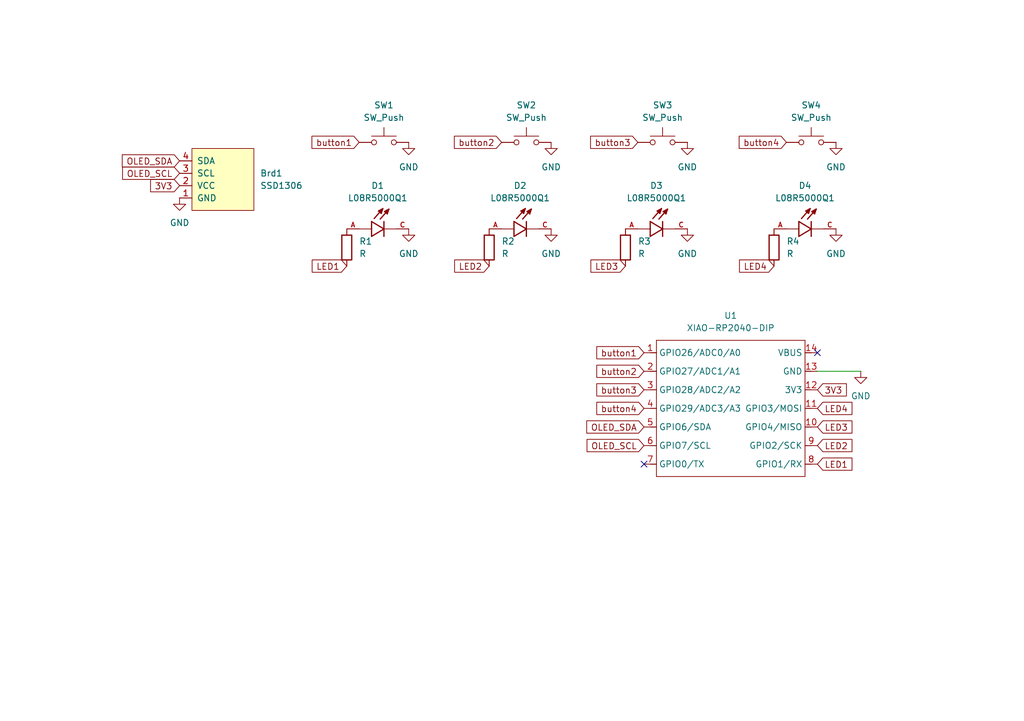
<source format=kicad_sch>
(kicad_sch (version 20250114) (generator "eeschema") (generator_version "9.0")
  (paper "A5")
  (title_block (title "BinaryCounter") (date "2025-07-31") (rev "V0.1"))
  (lib_symbols
    (symbol "Device:R" (pin_numbers (hide yes)) (pin_names (offset 0))
      (property "Reference" "R" (at 2.032 0 90))
      (property "Value" "R" (at 0 0 90))
      (symbol "R_0_1"
        (rectangle (start -1.016 -2.54) (end 1.016 2.54) (stroke (width 0.254)))
      )
      (symbol "R_1_1"
        (pin passive line (at 0 3.81 270) (length 1.27) (name "~") (number "1"))
        (pin passive line (at 0 -3.81 90) (length 1.27) (name "~") (number "2"))
      )
    )
    (symbol "L08R5000Q1:L08R5000Q1" (pin_names (offset 1.016))
      (property "Reference" "D" (at -3.0988 4.4958 0))
      (property "Value" "L08R5000Q1" (at -3.556 -3.302 0))
      (symbol "L08R5000Q1_0_0"
        (polyline (pts (xy -2.54 1.524) (xy -2.54 0)) (stroke (width 0.254)))
        (polyline (pts (xy -2.54 0) (xy -5.08 0)) (stroke (width 0.1524)))
        (polyline (pts (xy -2.54 0) (xy -2.54 -1.524)) (stroke (width 0.254)))
        (polyline (pts (xy -2.54 -1.524) (xy 0 0)) (stroke (width 0.254)))
        (polyline (pts (xy -1.1176 3.683) (xy -0.2286 4.1656)) (stroke (width 0.254)))
        (polyline (pts (xy -0.9398 3.6068) (xy -0.7112 3.7592)) (stroke (width 0.254)))
        (polyline (pts (xy -0.5588 3.2004) (xy -1.1176 3.683)) (stroke (width 0.254)))
        (polyline (pts (xy -0.5588 3.2004) (xy -0.5334 3.937)) (stroke (width 0.254)))
        (polyline (pts (xy -0.5334 3.937) (xy -0.6604 3.937)) (stroke (width 0.254)))
        (polyline (pts (xy -0.2286 4.1656) (xy -2.0066 2.1336)) (stroke (width 0.254)))
        (polyline (pts (xy -0.2286 4.1656) (xy -0.5588 3.2004)) (stroke (width 0.254)))
        (polyline (pts (xy 0 1.524) (xy 0 0)) (stroke (width 0.254)))
        (polyline (pts (xy 0 0) (xy -2.54 1.524)) (stroke (width 0.254)))
        (polyline (pts (xy 0 0) (xy 0 -1.524)) (stroke (width 0.254)))
        (polyline (pts (xy 0.127 3.5814) (xy 1.016 4.064)) (stroke (width 0.254)))
        (polyline (pts (xy 0.3048 3.5052) (xy 0.5334 3.6576)) (stroke (width 0.254)))
        (polyline (pts (xy 0.6858 3.0988) (xy 0.127 3.5814)) (stroke (width 0.254)))
        (polyline (pts (xy 0.6858 3.0988) (xy 0.7112 3.8354)) (stroke (width 0.254)))
        (polyline (pts (xy 0.7112 3.8354) (xy 0.5842 3.8354)) (stroke (width 0.254)))
        (polyline (pts (xy 1.016 4.064) (xy -0.762 2.032)) (stroke (width 0.254)))
        (polyline (pts (xy 1.016 4.064) (xy 0.6858 3.0988)) (stroke (width 0.254)))
        (polyline (pts (xy 2.54 0) (xy 0 0)) (stroke (width 0.1524)))
        (pin passive line (at -7.62 0 0) (length 2.54) (name "~") (number "A"))
        (pin passive line (at 5.08 0 180) (length 2.54) (name "~") (number "C"))
      )
    )
    (symbol "SSD1306-128x64_OLED:SSD1306" (pin_names (offset 1.016))
      (property "Reference" "Brd" (at 0 -3.81 0))
      (property "Value" "SSD1306" (at 0 -1.27 0))
      (symbol "SSD1306_0_1"
        (rectangle (start -6.35 6.35) (end 6.35 -6.35) (fill (type background)))
      )
      (symbol "SSD1306_1_1"
        (pin input line (at -3.81 8.89 270) (length 2.54) (name "GND") (number "1"))
        (pin input line (at -1.27 8.89 270) (length 2.54) (name "VCC") (number "2"))
        (pin input line (at 1.27 8.89 270) (length 2.54) (name "SCL") (number "3"))
        (pin input line (at 3.81 8.89 270) (length 2.54) (name "SDA") (number "4"))
      )
    )
    (symbol "Seeed_Studio_XIAO_Series:XIAO-RP2040-DIP"
      (property "Reference" "U" (at 0 0 0))
      (property "Value" "XIAO-RP2040-DIP" (at 5.334 -1.778 0))
      (symbol "XIAO-RP2040-DIP_1_0"
        (polyline (pts (xy -1.27 -2.54) (xy 29.21 -2.54)) (stroke (width 0.1524)))
        (polyline (pts (xy -1.27 -5.08) (xy -2.54 -5.08)) (stroke (width 0.1524)))
        (polyline (pts (xy -1.27 -5.08) (xy -1.27 -2.54)) (stroke (width 0.1524)))
        (polyline (pts (xy -1.27 -8.89) (xy -2.54 -8.89)) (stroke (width 0.1524)))
        (polyline (pts (xy -1.27 -8.89) (xy -1.27 -5.08)) (stroke (width 0.1524)))
        (polyline (pts (xy -1.27 -12.7) (xy -2.54 -12.7)) (stroke (width 0.1524)))
        (polyline (pts (xy -1.27 -12.7) (xy -1.27 -8.89)) (stroke (width 0.1524)))
        (polyline (pts (xy -1.27 -16.51) (xy -2.54 -16.51)) (stroke (width 0.1524)))
        (polyline (pts (xy -1.27 -16.51) (xy -1.27 -12.7)) (stroke (width 0.1524)))
        (polyline (pts (xy -1.27 -20.32) (xy -2.54 -20.32)) (stroke (width 0.1524)))
        (polyline (pts (xy -1.27 -24.13) (xy -2.54 -24.13)) (stroke (width 0.1524)))
        (polyline (pts (xy -1.27 -27.94) (xy -2.54 -27.94)) (stroke (width 0.1524)))
        (polyline (pts (xy -1.27 -30.48) (xy -1.27 -16.51)) (stroke (width 0.1524)))
        (polyline (pts (xy 29.21 -2.54) (xy 29.21 -5.08)) (stroke (width 0.1524)))
        (polyline (pts (xy 29.21 -5.08) (xy 29.21 -8.89)) (stroke (width 0.1524)))
        (polyline (pts (xy 29.21 -8.89) (xy 29.21 -12.7)) (stroke (width 0.1524)))
        (polyline (pts (xy 29.21 -12.7) (xy 29.21 -30.48)) (stroke (width 0.1524)))
        (polyline (pts (xy 29.21 -30.48) (xy -1.27 -30.48)) (stroke (width 0.1524)))
        (polyline (pts (xy 30.48 -5.08) (xy 29.21 -5.08)) (stroke (width 0.1524)))
        (polyline (pts (xy 30.48 -8.89) (xy 29.21 -8.89)) (stroke (width 0.1524)))
        (polyline (pts (xy 30.48 -12.7) (xy 29.21 -12.7)) (stroke (width 0.1524)))
        (polyline (pts (xy 30.48 -16.51) (xy 29.21 -16.51)) (stroke (width 0.1524)))
        (polyline (pts (xy 30.48 -20.32) (xy 29.21 -20.32)) (stroke (width 0.1524)))
        (polyline (pts (xy 30.48 -24.13) (xy 29.21 -24.13)) (stroke (width 0.1524)))
        (polyline (pts (xy 30.48 -27.94) (xy 29.21 -27.94)) (stroke (width 0.1524)))
        (pin passive line (at -3.81 -5.08 0) (length 2.54) (name "GPIO26/ADC0/A0") (number "1"))
        (pin passive line (at -3.81 -8.89 0) (length 2.54) (name "GPIO27/ADC1/A1") (number "2"))
        (pin passive line (at -3.81 -12.7 0) (length 2.54) (name "GPIO28/ADC2/A2") (number "3"))
        (pin passive line (at -3.81 -16.51 0) (length 2.54) (name "GPIO29/ADC3/A3") (number "4"))
        (pin passive line (at -3.81 -20.32 0) (length 2.54) (name "GPIO6/SDA") (number "5"))
        (pin passive line (at -3.81 -24.13 0) (length 2.54) (name "GPIO7/SCL") (number "6"))
        (pin passive line (at -3.81 -27.94 0) (length 2.54) (name "GPIO0/TX") (number "7"))
        (pin passive line (at 31.75 -5.08 180) (length 2.54) (name "VBUS") (number "14"))
        (pin passive line (at 31.75 -8.89 180) (length 2.54) (name "GND") (number "13"))
        (pin passive line (at 31.75 -12.7 180) (length 2.54) (name "3V3") (number "12"))
        (pin passive line (at 31.75 -16.51 180) (length 2.54) (name "GPIO3/MOSI") (number "11"))
        (pin passive line (at 31.75 -20.32 180) (length 2.54) (name "GPIO4/MISO") (number "10"))
        (pin passive line (at 31.75 -24.13 180) (length 2.54) (name "GPIO2/SCK") (number "9"))
        (pin passive line (at 31.75 -27.94 180) (length 2.54) (name "GPIO1/RX") (number "8"))
      )
    )
    (symbol "Switch:SW_Push" (pin_numbers (hide yes)) (pin_names (offset 1.016) (hide yes))
      (property "Reference" "SW" (at 1.27 2.54 0))
      (property "Value" "SW_Push" (at 0 -1.524 0))
      (symbol "SW_Push_0_1"
        (circle (center -2.032 0) (radius 0.508))
        (polyline (pts (xy 0 1.27) (xy 0 3.048)))
        (circle (center 2.032 0) (radius 0.508))
        (polyline (pts (xy 2.54 1.27) (xy -2.54 1.27)))
        (pin passive line (at -5.08 0 0) (length 2.54) (name "1") (number "1"))
        (pin passive line (at 5.08 0 180) (length 2.54) (name "2") (number "2"))
      )
    )
    (symbol "power:GND" (power) (pin_numbers (hide yes)) (pin_names (offset 0) (hide yes))
      (property "Value" "GND" (at 0 -3.81 0))
      (symbol "GND_0_1"
        (polyline (pts (xy 0 0) (xy 0 -1.27) (xy 1.27 -1.27) (xy 0 -2.54) (xy -1.27 -1.27) (xy 0 -1.27)))
      )
      (symbol "GND_1_1"
        (pin power_in line (at 0 0 270) (length 0) (name "~") (number "1"))
      )
    )
  )
  (no_connect (at 167.64 72.39))
  (no_connect (at 132.08 95.25))
  (wire (pts (xy 176.53 76.2) (xy 167.64 76.2)))
  (global_label "button3" (shape input) (at 130.81 29.21 180) (property "Intersheetrefs" "${INTERSHEET_REFS}" (effects (hide yes))))
  (global_label "button2" (shape input) (at 102.87 29.21 180) (property "Intersheetrefs" "${INTERSHEET_REFS}" (effects (hide yes))))
  (global_label "3V3" (shape input) (at 167.64 80.01 0) (property "Intersheetrefs" "${INTERSHEET_REFS}" (effects (hide yes))))
  (global_label "OLED_SCL" (shape input) (at 132.08 91.44 180) (property "Intersheetrefs" "${INTERSHEET_REFS}" (effects (hide yes))))
  (global_label "button1" (shape input) (at 132.08 72.39 180) (property "Intersheetrefs" "${INTERSHEET_REFS}" (effects (hide yes))))
  (global_label "button1" (shape input) (at 73.66 29.21 180) (property "Intersheetrefs" "${INTERSHEET_REFS}" (effects (hide yes))))
  (global_label "LED1" (shape input) (at 71.12 54.61 180) (property "Intersheetrefs" "${INTERSHEET_REFS}" (effects (hide yes))))
  (global_label "LED2" (shape input) (at 100.33 54.61 180) (property "Intersheetrefs" "${INTERSHEET_REFS}" (effects (hide yes))))
  (global_label "OLED_SDA" (shape input) (at 36.83 33.02 180) (property "Intersheetrefs" "${INTERSHEET_REFS}" (effects (hide yes))))
  (global_label "LED3" (shape input) (at 128.27 54.61 180) (property "Intersheetrefs" "${INTERSHEET_REFS}" (effects (hide yes))))
  (global_label "LED4" (shape input) (at 158.75 54.61 180) (property "Intersheetrefs" "${INTERSHEET_REFS}" (effects (hide yes))))
  (global_label "LED3" (shape input) (at 167.64 87.63 0) (property "Intersheetrefs" "${INTERSHEET_REFS}" (effects (hide yes))))
  (global_label "LED4" (shape input) (at 167.64 83.82 0) (property "Intersheetrefs" "${INTERSHEET_REFS}" (effects (hide yes))))
  (global_label "button4" (shape input) (at 161.29 29.21 180) (property "Intersheetrefs" "${INTERSHEET_REFS}" (effects (hide yes))))
  (global_label "LED2" (shape input) (at 167.64 91.44 0) (property "Intersheetrefs" "${INTERSHEET_REFS}" (effects (hide yes))))
  (global_label "3V3" (shape input) (at 36.83 38.1 180) (property "Intersheetrefs" "${INTERSHEET_REFS}" (effects (hide yes))))
  (global_label "button2" (shape input) (at 132.08 76.2 180) (property "Intersheetrefs" "${INTERSHEET_REFS}" (effects (hide yes))))
  (global_label "OLED_SCL" (shape input) (at 36.83 35.56 180) (property "Intersheetrefs" "${INTERSHEET_REFS}" (effects (hide yes))))
  (global_label "LED1" (shape input) (at 167.64 95.25 0) (property "Intersheetrefs" "${INTERSHEET_REFS}" (effects (hide yes))))
  (global_label "button3" (shape input) (at 132.08 80.01 180) (property "Intersheetrefs" "${INTERSHEET_REFS}" (effects (hide yes))))
  (global_label "button4" (shape input) (at 132.08 83.82 180) (property "Intersheetrefs" "${INTERSHEET_REFS}" (effects (hide yes))))
  (global_label "OLED_SDA" (shape input) (at 132.08 87.63 180) (property "Intersheetrefs" "${INTERSHEET_REFS}" (effects (hide yes))))
  (symbol (lib_id "Device:R") (at 100.33 50.8 0) (unit 1)
    (property "Reference" "R2" (at 102.87 49.5299 0) (effects (justify left)))
    (property "Value" "R" (at 102.87 52.0699 0) (effects (justify left)))
    (property "Footprint" "Resistor_THT:R_Axial_DIN0204_L3.6mm_D1.6mm_P5.08mm_Horizontal" (effects (hide yes)))
    (property "Description" "Resistor" (effects (hide yes)))
  )
  (symbol (lib_id "Device:R") (at 158.75 50.8 0) (unit 1)
    (property "Reference" "R4" (at 161.29 49.5299 0) (effects (justify left)))
    (property "Value" "R" (at 161.29 52.0699 0) (effects (justify left)))
    (property "Footprint" "Resistor_THT:R_Axial_DIN0204_L3.6mm_D1.6mm_P5.08mm_Horizontal" (effects (hide yes)))
    (property "Description" "Resistor" (effects (hide yes)))
  )
  (symbol (lib_id "power:GND") (at 176.53 76.2 0) (unit 1)
    (property "Reference" "#PWR07" (effects (hide yes)))
    (property "Value" "GND" (at 176.53 81.28 0))
    (property "Description" "Power symbol creates a global label with name \"GND\" , ground" (effects (hide yes)))
  )
  (symbol (lib_id "L08R5000Q1:L08R5000Q1") (at 166.37 46.99 0) (unit 1)
    (property "Reference" "D4" (at 165.1 38.1 0))
    (property "Value" "L08R5000Q1" (at 165.1 40.64 0))
    (property "Footprint" "BinaryCounter-footprints:LEDRD254W57D500H1070" (effects (hide yes)))
    (property "MF" "LED Technology" (effects (hide yes)))
    (property "MAXIMUM_PACKAGE_HEIGHT" "10.7mm" (effects (hide yes)))
    (property "Package" "None" (effects (hide yes)))
    (property "Price" "None" (effects (hide yes)))
    (property "Check_prices" "https://www.snapeda.com/parts/L08R5000Q1/LED+Technology/view-part/?ref=eda" (effects (hide yes)))
    (property "STANDARD" "IPC-7351B" (effects (hide yes)))
    (property "PARTREV" "NA" (effects (hide yes)))
    (property "SnapEDA_Link" "https://www.snapeda.com/parts/L08R5000Q1/LED+Technology/view-part/?ref=snap" (effects (hide yes)))
    (property "MP" "L08R5000Q1" (effects (hide yes)))
    (property "Description_1" "LED, 5MM, ORANGE; LED / Lamp Size: 5mm / T-1 3/4; LED Colour: Orange; Typ Luminous Intensity: 4.3mcd; Viewing Angle: ..." (effects (hide yes)))
    (property "Availability" "Not in stock" (effects (hide yes)))
    (property "MANUFACTURER" "LED TECHNOLOGY" (effects (hide yes)))
  )
  (symbol (lib_id "power:GND") (at 83.82 29.21 0) (unit 1)
    (property "Reference" "#PWR01" (effects (hide yes)))
    (property "Value" "GND" (at 83.82 34.29 0))
    (property "Description" "Power symbol creates a global label with name \"GND\" , ground" (effects (hide yes)))
  )
  (symbol (lib_id "SSD1306-128x64_OLED:SSD1306") (at 45.72 36.83 90) (unit 1)
    (property "Reference" "Brd1" (at 53.34 35.5599 90) (effects (justify right)))
    (property "Value" "SSD1306" (at 53.34 38.0999 90) (effects (justify right)))
    (property "Footprint" "BinaryCounter-footprints:128x64OLED" (effects (hide yes)))
  )
  (symbol (lib_id "power:GND") (at 171.45 29.21 0) (unit 1)
    (property "Reference" "#PWR08" (effects (hide yes)))
    (property "Value" "GND" (at 171.45 34.29 0))
    (property "Description" "Power symbol creates a global label with name \"GND\" , ground" (effects (hide yes)))
  )
  (symbol (lib_id "power:GND") (at 83.82 46.99 0) (unit 1)
    (property "Reference" "#PWR04" (effects (hide yes)))
    (property "Value" "GND" (at 83.82 52.07 0))
    (property "Description" "Power symbol creates a global label with name \"GND\" , ground" (effects (hide yes)))
  )
  (symbol (lib_id "L08R5000Q1:L08R5000Q1") (at 78.74 46.99 0) (unit 1)
    (property "Reference" "D1" (at 77.47 38.1 0))
    (property "Value" "L08R5000Q1" (at 77.47 40.64 0))
    (property "Footprint" "BinaryCounter-footprints:LEDRD254W57D500H1070" (effects (hide yes)))
    (property "MF" "LED Technology" (effects (hide yes)))
    (property "MAXIMUM_PACKAGE_HEIGHT" "10.7mm" (effects (hide yes)))
    (property "Package" "None" (effects (hide yes)))
    (property "Price" "None" (effects (hide yes)))
    (property "Check_prices" "https://www.snapeda.com/parts/L08R5000Q1/LED+Technology/view-part/?ref=eda" (effects (hide yes)))
    (property "STANDARD" "IPC-7351B" (effects (hide yes)))
    (property "PARTREV" "NA" (effects (hide yes)))
    (property "SnapEDA_Link" "https://www.snapeda.com/parts/L08R5000Q1/LED+Technology/view-part/?ref=snap" (effects (hide yes)))
    (property "MP" "L08R5000Q1" (effects (hide yes)))
    (property "Description_1" "LED, 5MM, ORANGE; LED / Lamp Size: 5mm / T-1 3/4; LED Colour: Orange; Typ Luminous Intensity: 4.3mcd; Viewing Angle: ..." (effects (hide yes)))
    (property "Availability" "Not in stock" (effects (hide yes)))
    (property "MANUFACTURER" "LED TECHNOLOGY" (effects (hide yes)))
  )
  (symbol (lib_id "power:GND") (at 113.03 46.99 0) (unit 1)
    (property "Reference" "#PWR05" (effects (hide yes)))
    (property "Value" "GND" (at 113.03 52.07 0))
    (property "Description" "Power symbol creates a global label with name \"GND\" , ground" (effects (hide yes)))
  )
  (symbol (lib_id "Seeed_Studio_XIAO_Series:XIAO-RP2040-DIP") (at 135.89 67.31 0) (unit 1)
    (property "Reference" "U1" (at 149.86 64.77 0))
    (property "Value" "XIAO-RP2040-DIP" (at 149.86 67.31 0))
    (property "Footprint" "BinaryCounter-footprints:XIAO-RP2040-DIP" (effects (hide yes)))
  )
  (symbol (lib_id "power:GND") (at 140.97 46.99 0) (unit 1)
    (property "Reference" "#PWR06" (effects (hide yes)))
    (property "Value" "GND" (at 140.97 52.07 0))
    (property "Description" "Power symbol creates a global label with name \"GND\" , ground" (effects (hide yes)))
  )
  (symbol (lib_id "power:GND") (at 171.45 46.99 0) (unit 1)
    (property "Reference" "#PWR09" (effects (hide yes)))
    (property "Value" "GND" (at 171.45 52.07 0))
    (property "Description" "Power symbol creates a global label with name \"GND\" , ground" (effects (hide yes)))
  )
  (symbol (lib_id "power:GND") (at 113.03 29.21 0) (unit 1)
    (property "Reference" "#PWR02" (effects (hide yes)))
    (property "Value" "GND" (at 113.03 34.29 0))
    (property "Description" "Power symbol creates a global label with name \"GND\" , ground" (effects (hide yes)))
  )
  (symbol (lib_id "Switch:SW_Push") (at 135.89 29.21 0) (unit 1)
    (property "Reference" "SW3" (at 135.89 21.59 0))
    (property "Value" "SW_Push" (at 135.89 24.13 0))
    (property "Footprint" "Button_Switch_Keyboard:SW_Cherry_MX_1.00u_PCB" (effects (hide yes)))
    (property "Description" "Push button switch, generic, two pins" (effects (hide yes)))
  )
  (symbol (lib_id "power:GND") (at 36.83 40.64 0) (unit 1)
    (property "Reference" "#PWR010" (effects (hide yes)))
    (property "Value" "GND" (at 36.83 45.72 0))
    (property "Description" "Power symbol creates a global label with name \"GND\" , ground" (effects (hide yes)))
  )
  (symbol (lib_id "Switch:SW_Push") (at 107.95 29.21 0) (unit 1)
    (property "Reference" "SW2" (at 107.95 21.59 0))
    (property "Value" "SW_Push" (at 107.95 24.13 0))
    (property "Footprint" "Button_Switch_Keyboard:SW_Cherry_MX_1.00u_PCB" (effects (hide yes)))
    (property "Description" "Push button switch, generic, two pins" (effects (hide yes)))
  )
  (symbol (lib_id "Switch:SW_Push") (at 78.74 29.21 0) (unit 1)
    (property "Reference" "SW1" (at 78.74 21.59 0))
    (property "Value" "SW_Push" (at 78.74 24.13 0))
    (property "Footprint" "Button_Switch_Keyboard:SW_Cherry_MX_1.00u_PCB" (effects (hide yes)))
    (property "Description" "Push button switch, generic, two pins" (effects (hide yes)))
  )
  (symbol (lib_id "power:GND") (at 140.97 29.21 0) (unit 1)
    (property "Reference" "#PWR03" (effects (hide yes)))
    (property "Value" "GND" (at 140.97 34.29 0))
    (property "Description" "Power symbol creates a global label with name \"GND\" , ground" (effects (hide yes)))
  )
  (symbol (lib_id "Device:R") (at 71.12 50.8 0) (unit 1)
    (property "Reference" "R1" (at 73.66 49.5299 0) (effects (justify left)))
    (property "Value" "R" (at 73.66 52.0699 0) (effects (justify left)))
    (property "Footprint" "Resistor_THT:R_Axial_DIN0204_L3.6mm_D1.6mm_P5.08mm_Horizontal" (effects (hide yes)))
    (property "Description" "Resistor" (effects (hide yes)))
  )
  (symbol (lib_id "Switch:SW_Push") (at 166.37 29.21 0) (unit 1)
    (property "Reference" "SW4" (at 166.37 21.59 0))
    (property "Value" "SW_Push" (at 166.37 24.13 0))
    (property "Footprint" "Button_Switch_Keyboard:SW_Cherry_MX_1.00u_PCB" (effects (hide yes)))
    (property "Description" "Push button switch, generic, two pins" (effects (hide yes)))
  )
  (symbol (lib_id "L08R5000Q1:L08R5000Q1") (at 107.95 46.99 0) (unit 1)
    (property "Reference" "D2" (at 106.68 38.1 0))
    (property "Value" "L08R5000Q1" (at 106.68 40.64 0))
    (property "Footprint" "BinaryCounter-footprints:LEDRD254W57D500H1070" (effects (hide yes)))
    (property "MF" "LED Technology" (effects (hide yes)))
    (property "MAXIMUM_PACKAGE_HEIGHT" "10.7mm" (effects (hide yes)))
    (property "Package" "None" (effects (hide yes)))
    (property "Price" "None" (effects (hide yes)))
    (property "Check_prices" "https://www.snapeda.com/parts/L08R5000Q1/LED+Technology/view-part/?ref=eda" (effects (hide yes)))
    (property "STANDARD" "IPC-7351B" (effects (hide yes)))
    (property "PARTREV" "NA" (effects (hide yes)))
    (property "SnapEDA_Link" "https://www.snapeda.com/parts/L08R5000Q1/LED+Technology/view-part/?ref=snap" (effects (hide yes)))
    (property "MP" "L08R5000Q1" (effects (hide yes)))
    (property "Description_1" "LED, 5MM, ORANGE; LED / Lamp Size: 5mm / T-1 3/4; LED Colour: Orange; Typ Luminous Intensity: 4.3mcd; Viewing Angle: ..." (effects (hide yes)))
    (property "Availability" "Not in stock" (effects (hide yes)))
    (property "MANUFACTURER" "LED TECHNOLOGY" (effects (hide yes)))
  )
  (symbol (lib_id "L08R5000Q1:L08R5000Q1") (at 135.89 46.99 0) (unit 1)
    (property "Reference" "D3" (at 134.62 38.1 0))
    (property "Value" "L08R5000Q1" (at 134.62 40.64 0))
    (property "Footprint" "BinaryCounter-footprints:LEDRD254W57D500H1070" (effects (hide yes)))
    (property "MF" "LED Technology" (effects (hide yes)))
    (property "MAXIMUM_PACKAGE_HEIGHT" "10.7mm" (effects (hide yes)))
    (property "Package" "None" (effects (hide yes)))
    (property "Price" "None" (effects (hide yes)))
    (property "Check_prices" "https://www.snapeda.com/parts/L08R5000Q1/LED+Technology/view-part/?ref=eda" (effects (hide yes)))
    (property "STANDARD" "IPC-7351B" (effects (hide yes)))
    (property "PARTREV" "NA" (effects (hide yes)))
    (property "SnapEDA_Link" "https://www.snapeda.com/parts/L08R5000Q1/LED+Technology/view-part/?ref=snap" (effects (hide yes)))
    (property "MP" "L08R5000Q1" (effects (hide yes)))
    (property "Description_1" "LED, 5MM, ORANGE; LED / Lamp Size: 5mm / T-1 3/4; LED Colour: Orange; Typ Luminous Intensity: 4.3mcd; Viewing Angle: ..." (effects (hide yes)))
    (property "Availability" "Not in stock" (effects (hide yes)))
    (property "MANUFACTURER" "LED TECHNOLOGY" (effects (hide yes)))
  )
  (symbol (lib_id "Device:R") (at 128.27 50.8 0) (unit 1)
    (property "Reference" "R3" (at 130.81 49.5299 0) (effects (justify left)))
    (property "Value" "R" (at 130.81 52.0699 0) (effects (justify left)))
    (property "Footprint" "Resistor_THT:R_Axial_DIN0204_L3.6mm_D1.6mm_P5.08mm_Horizontal" (effects (hide yes)))
    (property "Description" "Resistor" (effects (hide yes)))
  )
)
</source>
